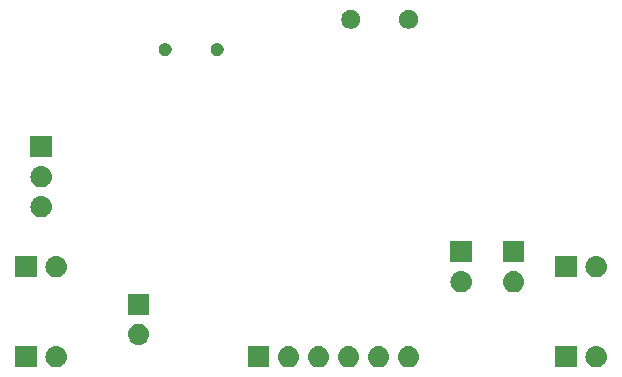
<source format=gbr>
G04 #@! TF.GenerationSoftware,KiCad,Pcbnew,(5.1.2)-2*
G04 #@! TF.CreationDate,2019-08-11T21:37:17+02:00*
G04 #@! TF.ProjectId,20190811_usbasp,32303139-3038-4313-915f-757362617370,rev?*
G04 #@! TF.SameCoordinates,Original*
G04 #@! TF.FileFunction,Soldermask,Bot*
G04 #@! TF.FilePolarity,Negative*
%FSLAX46Y46*%
G04 Gerber Fmt 4.6, Leading zero omitted, Abs format (unit mm)*
G04 Created by KiCad (PCBNEW (5.1.2)-2) date 2019-08-11 21:37:17*
%MOMM*%
%LPD*%
G04 APERTURE LIST*
%ADD10C,0.100000*%
G04 APERTURE END LIST*
D10*
G36*
X147586000Y-146951000D02*
G01*
X145784000Y-146951000D01*
X145784000Y-145149000D01*
X147586000Y-145149000D01*
X147586000Y-146951000D01*
X147586000Y-146951000D01*
G37*
G36*
X149335443Y-145155519D02*
G01*
X149401627Y-145162037D01*
X149571466Y-145213557D01*
X149727991Y-145297222D01*
X149763729Y-145326552D01*
X149865186Y-145409814D01*
X149948448Y-145511271D01*
X149977778Y-145547009D01*
X150061443Y-145703534D01*
X150112963Y-145873373D01*
X150130359Y-146050000D01*
X150112963Y-146226627D01*
X150061443Y-146396466D01*
X149977778Y-146552991D01*
X149948448Y-146588729D01*
X149865186Y-146690186D01*
X149763729Y-146773448D01*
X149727991Y-146802778D01*
X149571466Y-146886443D01*
X149401627Y-146937963D01*
X149335442Y-146944482D01*
X149269260Y-146951000D01*
X149180740Y-146951000D01*
X149114558Y-146944482D01*
X149048373Y-146937963D01*
X148878534Y-146886443D01*
X148722009Y-146802778D01*
X148686271Y-146773448D01*
X148584814Y-146690186D01*
X148501552Y-146588729D01*
X148472222Y-146552991D01*
X148388557Y-146396466D01*
X148337037Y-146226627D01*
X148319641Y-146050000D01*
X148337037Y-145873373D01*
X148388557Y-145703534D01*
X148472222Y-145547009D01*
X148501552Y-145511271D01*
X148584814Y-145409814D01*
X148686271Y-145326552D01*
X148722009Y-145297222D01*
X148878534Y-145213557D01*
X149048373Y-145162037D01*
X149114557Y-145155519D01*
X149180740Y-145149000D01*
X149269260Y-145149000D01*
X149335443Y-145155519D01*
X149335443Y-145155519D01*
G37*
G36*
X151875443Y-145155519D02*
G01*
X151941627Y-145162037D01*
X152111466Y-145213557D01*
X152267991Y-145297222D01*
X152303729Y-145326552D01*
X152405186Y-145409814D01*
X152488448Y-145511271D01*
X152517778Y-145547009D01*
X152601443Y-145703534D01*
X152652963Y-145873373D01*
X152670359Y-146050000D01*
X152652963Y-146226627D01*
X152601443Y-146396466D01*
X152517778Y-146552991D01*
X152488448Y-146588729D01*
X152405186Y-146690186D01*
X152303729Y-146773448D01*
X152267991Y-146802778D01*
X152111466Y-146886443D01*
X151941627Y-146937963D01*
X151875442Y-146944482D01*
X151809260Y-146951000D01*
X151720740Y-146951000D01*
X151654558Y-146944482D01*
X151588373Y-146937963D01*
X151418534Y-146886443D01*
X151262009Y-146802778D01*
X151226271Y-146773448D01*
X151124814Y-146690186D01*
X151041552Y-146588729D01*
X151012222Y-146552991D01*
X150928557Y-146396466D01*
X150877037Y-146226627D01*
X150859641Y-146050000D01*
X150877037Y-145873373D01*
X150928557Y-145703534D01*
X151012222Y-145547009D01*
X151041552Y-145511271D01*
X151124814Y-145409814D01*
X151226271Y-145326552D01*
X151262009Y-145297222D01*
X151418534Y-145213557D01*
X151588373Y-145162037D01*
X151654557Y-145155519D01*
X151720740Y-145149000D01*
X151809260Y-145149000D01*
X151875443Y-145155519D01*
X151875443Y-145155519D01*
G37*
G36*
X154415443Y-145155519D02*
G01*
X154481627Y-145162037D01*
X154651466Y-145213557D01*
X154807991Y-145297222D01*
X154843729Y-145326552D01*
X154945186Y-145409814D01*
X155028448Y-145511271D01*
X155057778Y-145547009D01*
X155141443Y-145703534D01*
X155192963Y-145873373D01*
X155210359Y-146050000D01*
X155192963Y-146226627D01*
X155141443Y-146396466D01*
X155057778Y-146552991D01*
X155028448Y-146588729D01*
X154945186Y-146690186D01*
X154843729Y-146773448D01*
X154807991Y-146802778D01*
X154651466Y-146886443D01*
X154481627Y-146937963D01*
X154415442Y-146944482D01*
X154349260Y-146951000D01*
X154260740Y-146951000D01*
X154194558Y-146944482D01*
X154128373Y-146937963D01*
X153958534Y-146886443D01*
X153802009Y-146802778D01*
X153766271Y-146773448D01*
X153664814Y-146690186D01*
X153581552Y-146588729D01*
X153552222Y-146552991D01*
X153468557Y-146396466D01*
X153417037Y-146226627D01*
X153399641Y-146050000D01*
X153417037Y-145873373D01*
X153468557Y-145703534D01*
X153552222Y-145547009D01*
X153581552Y-145511271D01*
X153664814Y-145409814D01*
X153766271Y-145326552D01*
X153802009Y-145297222D01*
X153958534Y-145213557D01*
X154128373Y-145162037D01*
X154194557Y-145155519D01*
X154260740Y-145149000D01*
X154349260Y-145149000D01*
X154415443Y-145155519D01*
X154415443Y-145155519D01*
G37*
G36*
X156955443Y-145155519D02*
G01*
X157021627Y-145162037D01*
X157191466Y-145213557D01*
X157347991Y-145297222D01*
X157383729Y-145326552D01*
X157485186Y-145409814D01*
X157568448Y-145511271D01*
X157597778Y-145547009D01*
X157681443Y-145703534D01*
X157732963Y-145873373D01*
X157750359Y-146050000D01*
X157732963Y-146226627D01*
X157681443Y-146396466D01*
X157597778Y-146552991D01*
X157568448Y-146588729D01*
X157485186Y-146690186D01*
X157383729Y-146773448D01*
X157347991Y-146802778D01*
X157191466Y-146886443D01*
X157021627Y-146937963D01*
X156955442Y-146944482D01*
X156889260Y-146951000D01*
X156800740Y-146951000D01*
X156734558Y-146944482D01*
X156668373Y-146937963D01*
X156498534Y-146886443D01*
X156342009Y-146802778D01*
X156306271Y-146773448D01*
X156204814Y-146690186D01*
X156121552Y-146588729D01*
X156092222Y-146552991D01*
X156008557Y-146396466D01*
X155957037Y-146226627D01*
X155939641Y-146050000D01*
X155957037Y-145873373D01*
X156008557Y-145703534D01*
X156092222Y-145547009D01*
X156121552Y-145511271D01*
X156204814Y-145409814D01*
X156306271Y-145326552D01*
X156342009Y-145297222D01*
X156498534Y-145213557D01*
X156668373Y-145162037D01*
X156734557Y-145155519D01*
X156800740Y-145149000D01*
X156889260Y-145149000D01*
X156955443Y-145155519D01*
X156955443Y-145155519D01*
G37*
G36*
X159495443Y-145155519D02*
G01*
X159561627Y-145162037D01*
X159731466Y-145213557D01*
X159887991Y-145297222D01*
X159923729Y-145326552D01*
X160025186Y-145409814D01*
X160108448Y-145511271D01*
X160137778Y-145547009D01*
X160221443Y-145703534D01*
X160272963Y-145873373D01*
X160290359Y-146050000D01*
X160272963Y-146226627D01*
X160221443Y-146396466D01*
X160137778Y-146552991D01*
X160108448Y-146588729D01*
X160025186Y-146690186D01*
X159923729Y-146773448D01*
X159887991Y-146802778D01*
X159731466Y-146886443D01*
X159561627Y-146937963D01*
X159495442Y-146944482D01*
X159429260Y-146951000D01*
X159340740Y-146951000D01*
X159274558Y-146944482D01*
X159208373Y-146937963D01*
X159038534Y-146886443D01*
X158882009Y-146802778D01*
X158846271Y-146773448D01*
X158744814Y-146690186D01*
X158661552Y-146588729D01*
X158632222Y-146552991D01*
X158548557Y-146396466D01*
X158497037Y-146226627D01*
X158479641Y-146050000D01*
X158497037Y-145873373D01*
X158548557Y-145703534D01*
X158632222Y-145547009D01*
X158661552Y-145511271D01*
X158744814Y-145409814D01*
X158846271Y-145326552D01*
X158882009Y-145297222D01*
X159038534Y-145213557D01*
X159208373Y-145162037D01*
X159274557Y-145155519D01*
X159340740Y-145149000D01*
X159429260Y-145149000D01*
X159495443Y-145155519D01*
X159495443Y-145155519D01*
G37*
G36*
X127901000Y-146951000D02*
G01*
X126099000Y-146951000D01*
X126099000Y-145149000D01*
X127901000Y-145149000D01*
X127901000Y-146951000D01*
X127901000Y-146951000D01*
G37*
G36*
X129650443Y-145155519D02*
G01*
X129716627Y-145162037D01*
X129886466Y-145213557D01*
X130042991Y-145297222D01*
X130078729Y-145326552D01*
X130180186Y-145409814D01*
X130263448Y-145511271D01*
X130292778Y-145547009D01*
X130376443Y-145703534D01*
X130427963Y-145873373D01*
X130445359Y-146050000D01*
X130427963Y-146226627D01*
X130376443Y-146396466D01*
X130292778Y-146552991D01*
X130263448Y-146588729D01*
X130180186Y-146690186D01*
X130078729Y-146773448D01*
X130042991Y-146802778D01*
X129886466Y-146886443D01*
X129716627Y-146937963D01*
X129650442Y-146944482D01*
X129584260Y-146951000D01*
X129495740Y-146951000D01*
X129429558Y-146944482D01*
X129363373Y-146937963D01*
X129193534Y-146886443D01*
X129037009Y-146802778D01*
X129001271Y-146773448D01*
X128899814Y-146690186D01*
X128816552Y-146588729D01*
X128787222Y-146552991D01*
X128703557Y-146396466D01*
X128652037Y-146226627D01*
X128634641Y-146050000D01*
X128652037Y-145873373D01*
X128703557Y-145703534D01*
X128787222Y-145547009D01*
X128816552Y-145511271D01*
X128899814Y-145409814D01*
X129001271Y-145326552D01*
X129037009Y-145297222D01*
X129193534Y-145213557D01*
X129363373Y-145162037D01*
X129429557Y-145155519D01*
X129495740Y-145149000D01*
X129584260Y-145149000D01*
X129650443Y-145155519D01*
X129650443Y-145155519D01*
G37*
G36*
X175370443Y-145155519D02*
G01*
X175436627Y-145162037D01*
X175606466Y-145213557D01*
X175762991Y-145297222D01*
X175798729Y-145326552D01*
X175900186Y-145409814D01*
X175983448Y-145511271D01*
X176012778Y-145547009D01*
X176096443Y-145703534D01*
X176147963Y-145873373D01*
X176165359Y-146050000D01*
X176147963Y-146226627D01*
X176096443Y-146396466D01*
X176012778Y-146552991D01*
X175983448Y-146588729D01*
X175900186Y-146690186D01*
X175798729Y-146773448D01*
X175762991Y-146802778D01*
X175606466Y-146886443D01*
X175436627Y-146937963D01*
X175370442Y-146944482D01*
X175304260Y-146951000D01*
X175215740Y-146951000D01*
X175149558Y-146944482D01*
X175083373Y-146937963D01*
X174913534Y-146886443D01*
X174757009Y-146802778D01*
X174721271Y-146773448D01*
X174619814Y-146690186D01*
X174536552Y-146588729D01*
X174507222Y-146552991D01*
X174423557Y-146396466D01*
X174372037Y-146226627D01*
X174354641Y-146050000D01*
X174372037Y-145873373D01*
X174423557Y-145703534D01*
X174507222Y-145547009D01*
X174536552Y-145511271D01*
X174619814Y-145409814D01*
X174721271Y-145326552D01*
X174757009Y-145297222D01*
X174913534Y-145213557D01*
X175083373Y-145162037D01*
X175149557Y-145155519D01*
X175215740Y-145149000D01*
X175304260Y-145149000D01*
X175370443Y-145155519D01*
X175370443Y-145155519D01*
G37*
G36*
X173621000Y-146951000D02*
G01*
X171819000Y-146951000D01*
X171819000Y-145149000D01*
X173621000Y-145149000D01*
X173621000Y-146951000D01*
X173621000Y-146951000D01*
G37*
G36*
X136635443Y-143250519D02*
G01*
X136701627Y-143257037D01*
X136871466Y-143308557D01*
X137027991Y-143392222D01*
X137063729Y-143421552D01*
X137165186Y-143504814D01*
X137248448Y-143606271D01*
X137277778Y-143642009D01*
X137361443Y-143798534D01*
X137412963Y-143968373D01*
X137430359Y-144145000D01*
X137412963Y-144321627D01*
X137361443Y-144491466D01*
X137277778Y-144647991D01*
X137248448Y-144683729D01*
X137165186Y-144785186D01*
X137063729Y-144868448D01*
X137027991Y-144897778D01*
X136871466Y-144981443D01*
X136701627Y-145032963D01*
X136635443Y-145039481D01*
X136569260Y-145046000D01*
X136480740Y-145046000D01*
X136414557Y-145039481D01*
X136348373Y-145032963D01*
X136178534Y-144981443D01*
X136022009Y-144897778D01*
X135986271Y-144868448D01*
X135884814Y-144785186D01*
X135801552Y-144683729D01*
X135772222Y-144647991D01*
X135688557Y-144491466D01*
X135637037Y-144321627D01*
X135619641Y-144145000D01*
X135637037Y-143968373D01*
X135688557Y-143798534D01*
X135772222Y-143642009D01*
X135801552Y-143606271D01*
X135884814Y-143504814D01*
X135986271Y-143421552D01*
X136022009Y-143392222D01*
X136178534Y-143308557D01*
X136348373Y-143257037D01*
X136414557Y-143250519D01*
X136480740Y-143244000D01*
X136569260Y-143244000D01*
X136635443Y-143250519D01*
X136635443Y-143250519D01*
G37*
G36*
X137426000Y-142506000D02*
G01*
X135624000Y-142506000D01*
X135624000Y-140704000D01*
X137426000Y-140704000D01*
X137426000Y-142506000D01*
X137426000Y-142506000D01*
G37*
G36*
X163940442Y-138805518D02*
G01*
X164006627Y-138812037D01*
X164176466Y-138863557D01*
X164332991Y-138947222D01*
X164368729Y-138976552D01*
X164470186Y-139059814D01*
X164553448Y-139161271D01*
X164582778Y-139197009D01*
X164666443Y-139353534D01*
X164717963Y-139523373D01*
X164735359Y-139700000D01*
X164717963Y-139876627D01*
X164666443Y-140046466D01*
X164582778Y-140202991D01*
X164553448Y-140238729D01*
X164470186Y-140340186D01*
X164368729Y-140423448D01*
X164332991Y-140452778D01*
X164176466Y-140536443D01*
X164006627Y-140587963D01*
X163940442Y-140594482D01*
X163874260Y-140601000D01*
X163785740Y-140601000D01*
X163719558Y-140594482D01*
X163653373Y-140587963D01*
X163483534Y-140536443D01*
X163327009Y-140452778D01*
X163291271Y-140423448D01*
X163189814Y-140340186D01*
X163106552Y-140238729D01*
X163077222Y-140202991D01*
X162993557Y-140046466D01*
X162942037Y-139876627D01*
X162924641Y-139700000D01*
X162942037Y-139523373D01*
X162993557Y-139353534D01*
X163077222Y-139197009D01*
X163106552Y-139161271D01*
X163189814Y-139059814D01*
X163291271Y-138976552D01*
X163327009Y-138947222D01*
X163483534Y-138863557D01*
X163653373Y-138812037D01*
X163719558Y-138805518D01*
X163785740Y-138799000D01*
X163874260Y-138799000D01*
X163940442Y-138805518D01*
X163940442Y-138805518D01*
G37*
G36*
X168385442Y-138805518D02*
G01*
X168451627Y-138812037D01*
X168621466Y-138863557D01*
X168777991Y-138947222D01*
X168813729Y-138976552D01*
X168915186Y-139059814D01*
X168998448Y-139161271D01*
X169027778Y-139197009D01*
X169111443Y-139353534D01*
X169162963Y-139523373D01*
X169180359Y-139700000D01*
X169162963Y-139876627D01*
X169111443Y-140046466D01*
X169027778Y-140202991D01*
X168998448Y-140238729D01*
X168915186Y-140340186D01*
X168813729Y-140423448D01*
X168777991Y-140452778D01*
X168621466Y-140536443D01*
X168451627Y-140587963D01*
X168385442Y-140594482D01*
X168319260Y-140601000D01*
X168230740Y-140601000D01*
X168164558Y-140594482D01*
X168098373Y-140587963D01*
X167928534Y-140536443D01*
X167772009Y-140452778D01*
X167736271Y-140423448D01*
X167634814Y-140340186D01*
X167551552Y-140238729D01*
X167522222Y-140202991D01*
X167438557Y-140046466D01*
X167387037Y-139876627D01*
X167369641Y-139700000D01*
X167387037Y-139523373D01*
X167438557Y-139353534D01*
X167522222Y-139197009D01*
X167551552Y-139161271D01*
X167634814Y-139059814D01*
X167736271Y-138976552D01*
X167772009Y-138947222D01*
X167928534Y-138863557D01*
X168098373Y-138812037D01*
X168164558Y-138805518D01*
X168230740Y-138799000D01*
X168319260Y-138799000D01*
X168385442Y-138805518D01*
X168385442Y-138805518D01*
G37*
G36*
X175370443Y-137535519D02*
G01*
X175436627Y-137542037D01*
X175606466Y-137593557D01*
X175762991Y-137677222D01*
X175798729Y-137706552D01*
X175900186Y-137789814D01*
X175983448Y-137891271D01*
X176012778Y-137927009D01*
X176096443Y-138083534D01*
X176147963Y-138253373D01*
X176165359Y-138430000D01*
X176147963Y-138606627D01*
X176096443Y-138776466D01*
X176012778Y-138932991D01*
X175983448Y-138968729D01*
X175900186Y-139070186D01*
X175798729Y-139153448D01*
X175762991Y-139182778D01*
X175606466Y-139266443D01*
X175436627Y-139317963D01*
X175370443Y-139324481D01*
X175304260Y-139331000D01*
X175215740Y-139331000D01*
X175149557Y-139324481D01*
X175083373Y-139317963D01*
X174913534Y-139266443D01*
X174757009Y-139182778D01*
X174721271Y-139153448D01*
X174619814Y-139070186D01*
X174536552Y-138968729D01*
X174507222Y-138932991D01*
X174423557Y-138776466D01*
X174372037Y-138606627D01*
X174354641Y-138430000D01*
X174372037Y-138253373D01*
X174423557Y-138083534D01*
X174507222Y-137927009D01*
X174536552Y-137891271D01*
X174619814Y-137789814D01*
X174721271Y-137706552D01*
X174757009Y-137677222D01*
X174913534Y-137593557D01*
X175083373Y-137542037D01*
X175149557Y-137535519D01*
X175215740Y-137529000D01*
X175304260Y-137529000D01*
X175370443Y-137535519D01*
X175370443Y-137535519D01*
G37*
G36*
X173621000Y-139331000D02*
G01*
X171819000Y-139331000D01*
X171819000Y-137529000D01*
X173621000Y-137529000D01*
X173621000Y-139331000D01*
X173621000Y-139331000D01*
G37*
G36*
X129650443Y-137535519D02*
G01*
X129716627Y-137542037D01*
X129886466Y-137593557D01*
X130042991Y-137677222D01*
X130078729Y-137706552D01*
X130180186Y-137789814D01*
X130263448Y-137891271D01*
X130292778Y-137927009D01*
X130376443Y-138083534D01*
X130427963Y-138253373D01*
X130445359Y-138430000D01*
X130427963Y-138606627D01*
X130376443Y-138776466D01*
X130292778Y-138932991D01*
X130263448Y-138968729D01*
X130180186Y-139070186D01*
X130078729Y-139153448D01*
X130042991Y-139182778D01*
X129886466Y-139266443D01*
X129716627Y-139317963D01*
X129650443Y-139324481D01*
X129584260Y-139331000D01*
X129495740Y-139331000D01*
X129429557Y-139324481D01*
X129363373Y-139317963D01*
X129193534Y-139266443D01*
X129037009Y-139182778D01*
X129001271Y-139153448D01*
X128899814Y-139070186D01*
X128816552Y-138968729D01*
X128787222Y-138932991D01*
X128703557Y-138776466D01*
X128652037Y-138606627D01*
X128634641Y-138430000D01*
X128652037Y-138253373D01*
X128703557Y-138083534D01*
X128787222Y-137927009D01*
X128816552Y-137891271D01*
X128899814Y-137789814D01*
X129001271Y-137706552D01*
X129037009Y-137677222D01*
X129193534Y-137593557D01*
X129363373Y-137542037D01*
X129429557Y-137535519D01*
X129495740Y-137529000D01*
X129584260Y-137529000D01*
X129650443Y-137535519D01*
X129650443Y-137535519D01*
G37*
G36*
X127901000Y-139331000D02*
G01*
X126099000Y-139331000D01*
X126099000Y-137529000D01*
X127901000Y-137529000D01*
X127901000Y-139331000D01*
X127901000Y-139331000D01*
G37*
G36*
X164731000Y-138061000D02*
G01*
X162929000Y-138061000D01*
X162929000Y-136259000D01*
X164731000Y-136259000D01*
X164731000Y-138061000D01*
X164731000Y-138061000D01*
G37*
G36*
X169176000Y-138061000D02*
G01*
X167374000Y-138061000D01*
X167374000Y-136259000D01*
X169176000Y-136259000D01*
X169176000Y-138061000D01*
X169176000Y-138061000D01*
G37*
G36*
X128380442Y-132455518D02*
G01*
X128446627Y-132462037D01*
X128616466Y-132513557D01*
X128772991Y-132597222D01*
X128808729Y-132626552D01*
X128910186Y-132709814D01*
X128993448Y-132811271D01*
X129022778Y-132847009D01*
X129106443Y-133003534D01*
X129157963Y-133173373D01*
X129175359Y-133350000D01*
X129157963Y-133526627D01*
X129106443Y-133696466D01*
X129022778Y-133852991D01*
X128993448Y-133888729D01*
X128910186Y-133990186D01*
X128808729Y-134073448D01*
X128772991Y-134102778D01*
X128616466Y-134186443D01*
X128446627Y-134237963D01*
X128380443Y-134244481D01*
X128314260Y-134251000D01*
X128225740Y-134251000D01*
X128159557Y-134244481D01*
X128093373Y-134237963D01*
X127923534Y-134186443D01*
X127767009Y-134102778D01*
X127731271Y-134073448D01*
X127629814Y-133990186D01*
X127546552Y-133888729D01*
X127517222Y-133852991D01*
X127433557Y-133696466D01*
X127382037Y-133526627D01*
X127364641Y-133350000D01*
X127382037Y-133173373D01*
X127433557Y-133003534D01*
X127517222Y-132847009D01*
X127546552Y-132811271D01*
X127629814Y-132709814D01*
X127731271Y-132626552D01*
X127767009Y-132597222D01*
X127923534Y-132513557D01*
X128093373Y-132462037D01*
X128159558Y-132455518D01*
X128225740Y-132449000D01*
X128314260Y-132449000D01*
X128380442Y-132455518D01*
X128380442Y-132455518D01*
G37*
G36*
X128380442Y-129915518D02*
G01*
X128446627Y-129922037D01*
X128616466Y-129973557D01*
X128772991Y-130057222D01*
X128808729Y-130086552D01*
X128910186Y-130169814D01*
X128993448Y-130271271D01*
X129022778Y-130307009D01*
X129106443Y-130463534D01*
X129157963Y-130633373D01*
X129175359Y-130810000D01*
X129157963Y-130986627D01*
X129106443Y-131156466D01*
X129022778Y-131312991D01*
X128993448Y-131348729D01*
X128910186Y-131450186D01*
X128808729Y-131533448D01*
X128772991Y-131562778D01*
X128616466Y-131646443D01*
X128446627Y-131697963D01*
X128380443Y-131704481D01*
X128314260Y-131711000D01*
X128225740Y-131711000D01*
X128159557Y-131704481D01*
X128093373Y-131697963D01*
X127923534Y-131646443D01*
X127767009Y-131562778D01*
X127731271Y-131533448D01*
X127629814Y-131450186D01*
X127546552Y-131348729D01*
X127517222Y-131312991D01*
X127433557Y-131156466D01*
X127382037Y-130986627D01*
X127364641Y-130810000D01*
X127382037Y-130633373D01*
X127433557Y-130463534D01*
X127517222Y-130307009D01*
X127546552Y-130271271D01*
X127629814Y-130169814D01*
X127731271Y-130086552D01*
X127767009Y-130057222D01*
X127923534Y-129973557D01*
X128093373Y-129922037D01*
X128159558Y-129915518D01*
X128225740Y-129909000D01*
X128314260Y-129909000D01*
X128380442Y-129915518D01*
X128380442Y-129915518D01*
G37*
G36*
X129171000Y-129171000D02*
G01*
X127369000Y-129171000D01*
X127369000Y-127369000D01*
X129171000Y-127369000D01*
X129171000Y-129171000D01*
X129171000Y-129171000D01*
G37*
G36*
X143330721Y-119485174D02*
G01*
X143430995Y-119526709D01*
X143430996Y-119526710D01*
X143521242Y-119587010D01*
X143597990Y-119663758D01*
X143597991Y-119663760D01*
X143658291Y-119754005D01*
X143699826Y-119854279D01*
X143721000Y-119960730D01*
X143721000Y-120069270D01*
X143699826Y-120175721D01*
X143658291Y-120275995D01*
X143658290Y-120275996D01*
X143597990Y-120366242D01*
X143521242Y-120442990D01*
X143475812Y-120473345D01*
X143430995Y-120503291D01*
X143330721Y-120544826D01*
X143224270Y-120566000D01*
X143115730Y-120566000D01*
X143009279Y-120544826D01*
X142909005Y-120503291D01*
X142864188Y-120473345D01*
X142818758Y-120442990D01*
X142742010Y-120366242D01*
X142681710Y-120275996D01*
X142681709Y-120275995D01*
X142640174Y-120175721D01*
X142619000Y-120069270D01*
X142619000Y-119960730D01*
X142640174Y-119854279D01*
X142681709Y-119754005D01*
X142742009Y-119663760D01*
X142742010Y-119663758D01*
X142818758Y-119587010D01*
X142909004Y-119526710D01*
X142909005Y-119526709D01*
X143009279Y-119485174D01*
X143115730Y-119464000D01*
X143224270Y-119464000D01*
X143330721Y-119485174D01*
X143330721Y-119485174D01*
G37*
G36*
X138930721Y-119485174D02*
G01*
X139030995Y-119526709D01*
X139030996Y-119526710D01*
X139121242Y-119587010D01*
X139197990Y-119663758D01*
X139197991Y-119663760D01*
X139258291Y-119754005D01*
X139299826Y-119854279D01*
X139321000Y-119960730D01*
X139321000Y-120069270D01*
X139299826Y-120175721D01*
X139258291Y-120275995D01*
X139258290Y-120275996D01*
X139197990Y-120366242D01*
X139121242Y-120442990D01*
X139075812Y-120473345D01*
X139030995Y-120503291D01*
X138930721Y-120544826D01*
X138824270Y-120566000D01*
X138715730Y-120566000D01*
X138609279Y-120544826D01*
X138509005Y-120503291D01*
X138464188Y-120473345D01*
X138418758Y-120442990D01*
X138342010Y-120366242D01*
X138281710Y-120275996D01*
X138281709Y-120275995D01*
X138240174Y-120175721D01*
X138219000Y-120069270D01*
X138219000Y-119960730D01*
X138240174Y-119854279D01*
X138281709Y-119754005D01*
X138342009Y-119663760D01*
X138342010Y-119663758D01*
X138418758Y-119587010D01*
X138509004Y-119526710D01*
X138509005Y-119526709D01*
X138609279Y-119485174D01*
X138715730Y-119464000D01*
X138824270Y-119464000D01*
X138930721Y-119485174D01*
X138930721Y-119485174D01*
G37*
G36*
X159618642Y-116704781D02*
G01*
X159764414Y-116765162D01*
X159764416Y-116765163D01*
X159895608Y-116852822D01*
X160007178Y-116964392D01*
X160094837Y-117095584D01*
X160094838Y-117095586D01*
X160155219Y-117241358D01*
X160186000Y-117396107D01*
X160186000Y-117553893D01*
X160155219Y-117708642D01*
X160094838Y-117854414D01*
X160094837Y-117854416D01*
X160007178Y-117985608D01*
X159895608Y-118097178D01*
X159764416Y-118184837D01*
X159764415Y-118184838D01*
X159764414Y-118184838D01*
X159618642Y-118245219D01*
X159463893Y-118276000D01*
X159306107Y-118276000D01*
X159151358Y-118245219D01*
X159005586Y-118184838D01*
X159005585Y-118184838D01*
X159005584Y-118184837D01*
X158874392Y-118097178D01*
X158762822Y-117985608D01*
X158675163Y-117854416D01*
X158675162Y-117854414D01*
X158614781Y-117708642D01*
X158584000Y-117553893D01*
X158584000Y-117396107D01*
X158614781Y-117241358D01*
X158675162Y-117095586D01*
X158675163Y-117095584D01*
X158762822Y-116964392D01*
X158874392Y-116852822D01*
X159005584Y-116765163D01*
X159005586Y-116765162D01*
X159151358Y-116704781D01*
X159306107Y-116674000D01*
X159463893Y-116674000D01*
X159618642Y-116704781D01*
X159618642Y-116704781D01*
G37*
G36*
X154718642Y-116704781D02*
G01*
X154864414Y-116765162D01*
X154864416Y-116765163D01*
X154995608Y-116852822D01*
X155107178Y-116964392D01*
X155194837Y-117095584D01*
X155194838Y-117095586D01*
X155255219Y-117241358D01*
X155286000Y-117396107D01*
X155286000Y-117553893D01*
X155255219Y-117708642D01*
X155194838Y-117854414D01*
X155194837Y-117854416D01*
X155107178Y-117985608D01*
X154995608Y-118097178D01*
X154864416Y-118184837D01*
X154864415Y-118184838D01*
X154864414Y-118184838D01*
X154718642Y-118245219D01*
X154563893Y-118276000D01*
X154406107Y-118276000D01*
X154251358Y-118245219D01*
X154105586Y-118184838D01*
X154105585Y-118184838D01*
X154105584Y-118184837D01*
X153974392Y-118097178D01*
X153862822Y-117985608D01*
X153775163Y-117854416D01*
X153775162Y-117854414D01*
X153714781Y-117708642D01*
X153684000Y-117553893D01*
X153684000Y-117396107D01*
X153714781Y-117241358D01*
X153775162Y-117095586D01*
X153775163Y-117095584D01*
X153862822Y-116964392D01*
X153974392Y-116852822D01*
X154105584Y-116765163D01*
X154105586Y-116765162D01*
X154251358Y-116704781D01*
X154406107Y-116674000D01*
X154563893Y-116674000D01*
X154718642Y-116704781D01*
X154718642Y-116704781D01*
G37*
M02*

</source>
